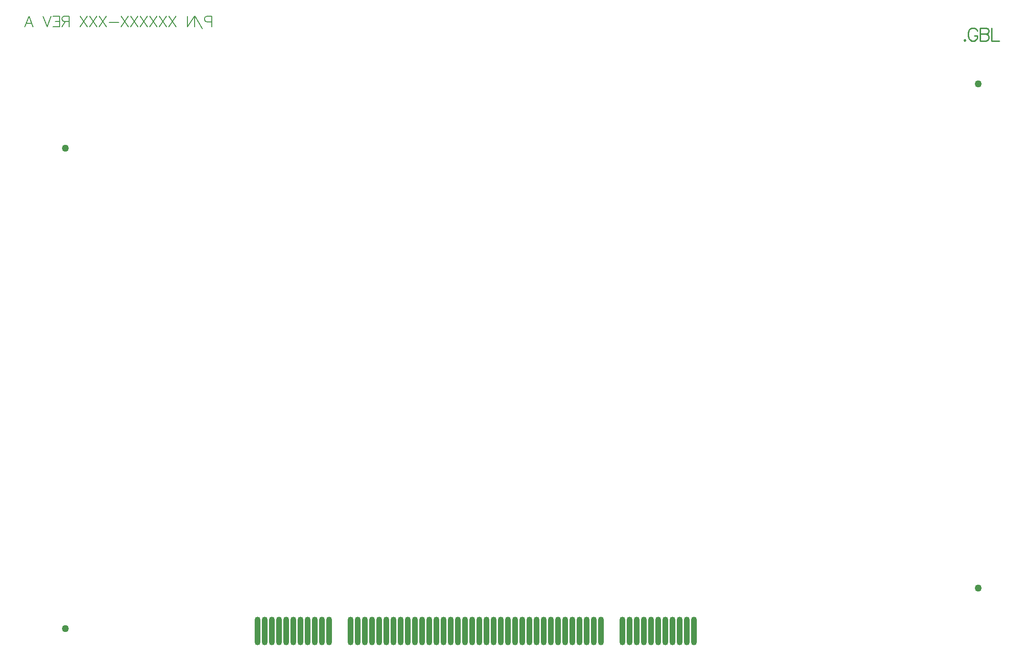
<source format=gbl>
G04*
G04 #@! TF.GenerationSoftware,Altium Limited,Altium Designer,20.0.13 (296)*
G04*
G04 Layer_Physical_Order=10*
G04 Layer_Color=16711680*
%FSLAX44Y44*%
%MOMM*%
G71*
G01*
G75*
%ADD11C,0.2286*%
%ADD12C,0.2032*%
%ADD18O,1.0160X5.0800*%
%ADD19C,1.2700*%
D11*
X2687646Y2619139D02*
X2686558Y2618050D01*
X2687646Y2616962D01*
X2688735Y2618050D01*
X2687646Y2619139D01*
X2710066Y2634375D02*
X2708978Y2636552D01*
X2706801Y2638729D01*
X2704624Y2639817D01*
X2700271D01*
X2698094Y2638729D01*
X2695918Y2636552D01*
X2694829Y2634375D01*
X2693741Y2631111D01*
Y2625669D01*
X2694829Y2622404D01*
X2695918Y2620227D01*
X2698094Y2618050D01*
X2700271Y2616962D01*
X2704624D01*
X2706801Y2618050D01*
X2708978Y2620227D01*
X2710066Y2622404D01*
Y2625669D01*
X2704624D02*
X2710066D01*
X2715290Y2639817D02*
Y2616962D01*
Y2639817D02*
X2725085D01*
X2728350Y2638729D01*
X2729438Y2637640D01*
X2730527Y2635464D01*
Y2633287D01*
X2729438Y2631111D01*
X2728350Y2630022D01*
X2725085Y2628934D01*
X2715290D02*
X2725085D01*
X2728350Y2627845D01*
X2729438Y2626757D01*
X2730527Y2624580D01*
Y2621315D01*
X2729438Y2619139D01*
X2728350Y2618050D01*
X2725085Y2616962D01*
X2715290D01*
X2735642Y2639817D02*
Y2616962D01*
X2748702D01*
D12*
X1351280Y2650670D02*
X1343118D01*
X1340397Y2651577D01*
X1339490Y2652484D01*
X1338583Y2654297D01*
Y2657018D01*
X1339490Y2658832D01*
X1340397Y2659739D01*
X1343118Y2660646D01*
X1351280D01*
Y2641600D01*
X1334320Y2638879D02*
X1321623Y2660646D01*
X1320353D02*
Y2641600D01*
Y2660646D02*
X1307656Y2641600D01*
Y2660646D02*
Y2641600D01*
X1287431Y2660646D02*
X1274734Y2641600D01*
Y2660646D02*
X1287431Y2641600D01*
X1270471Y2660646D02*
X1257774Y2641600D01*
Y2660646D02*
X1270471Y2641600D01*
X1253511Y2660646D02*
X1240814Y2641600D01*
Y2660646D02*
X1253511Y2641600D01*
X1236551Y2660646D02*
X1223854Y2641600D01*
Y2660646D02*
X1236551Y2641600D01*
X1219591Y2660646D02*
X1206894Y2641600D01*
Y2660646D02*
X1219591Y2641600D01*
X1202631Y2660646D02*
X1189934Y2641600D01*
Y2660646D02*
X1202631Y2641600D01*
X1185671Y2649763D02*
X1169346D01*
X1163723Y2660646D02*
X1151026Y2641600D01*
Y2660646D02*
X1163723Y2641600D01*
X1146763Y2660646D02*
X1134066Y2641600D01*
Y2660646D02*
X1146763Y2641600D01*
X1129803Y2660646D02*
X1117106Y2641600D01*
Y2660646D02*
X1129803Y2641600D01*
X1097879Y2660646D02*
Y2641600D01*
Y2660646D02*
X1089716D01*
X1086995Y2659739D01*
X1086088Y2658832D01*
X1085181Y2657018D01*
Y2655204D01*
X1086088Y2653390D01*
X1086995Y2652484D01*
X1089716Y2651577D01*
X1097879D01*
X1091530D02*
X1085181Y2641600D01*
X1069128Y2660646D02*
X1080919D01*
Y2641600D01*
X1069128D01*
X1080919Y2651577D02*
X1073663D01*
X1065954Y2660646D02*
X1058699Y2641600D01*
X1051443Y2660646D02*
X1058699Y2641600D01*
X1019518D02*
X1026774Y2660646D01*
X1034029Y2641600D01*
X1031309Y2647949D02*
X1022239D01*
D18*
X2041652Y1568450D02*
D03*
X2028952D02*
D03*
X2206752D02*
D03*
X2194052D02*
D03*
X2181352D02*
D03*
X2168652D02*
D03*
X2155952D02*
D03*
X2143252D02*
D03*
X2130552D02*
D03*
X2117852D02*
D03*
X2105152D02*
D03*
X2092452D02*
D03*
X2079752D02*
D03*
X2016252D02*
D03*
X2003552D02*
D03*
X1990852D02*
D03*
X1978152D02*
D03*
X1965452D02*
D03*
X1952752D02*
D03*
X1940052D02*
D03*
X1927352D02*
D03*
X1914652D02*
D03*
X1901952D02*
D03*
X1889252D02*
D03*
X1876552D02*
D03*
X1863852D02*
D03*
X1851152D02*
D03*
X1838452D02*
D03*
X1825752D02*
D03*
X1813052D02*
D03*
X1800352D02*
D03*
X1787652D02*
D03*
X1774952D02*
D03*
X1762252D02*
D03*
X1749552D02*
D03*
X1736852D02*
D03*
X1724152D02*
D03*
X1711452D02*
D03*
X1698752D02*
D03*
X1686052D02*
D03*
X1673352D02*
D03*
X1660652D02*
D03*
X1647952D02*
D03*
X1635252D02*
D03*
X1622552D02*
D03*
X1609852D02*
D03*
X1597152D02*
D03*
X1559052D02*
D03*
X1546352D02*
D03*
X1533652D02*
D03*
X1520952D02*
D03*
X1508252D02*
D03*
X1495552D02*
D03*
X1482852D02*
D03*
X1470152D02*
D03*
X1457452D02*
D03*
X1444752D02*
D03*
X1432052D02*
D03*
D19*
X1090930Y1572260D02*
D03*
Y2426208D02*
D03*
X2711450Y2540000D02*
D03*
Y1644650D02*
D03*
M02*

</source>
